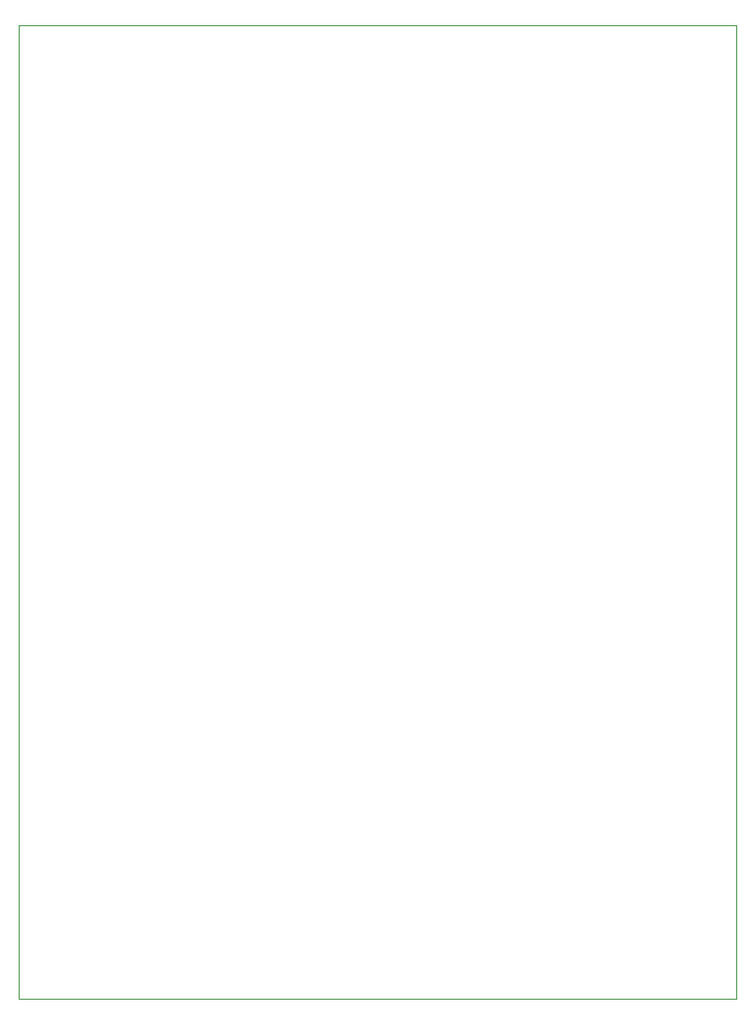
<source format=gm1>
G04 #@! TF.GenerationSoftware,KiCad,Pcbnew,8.0.2-1*
G04 #@! TF.CreationDate,2024-06-10T22:55:01+02:00*
G04 #@! TF.ProjectId,panel-eyes,70616e65-6c2d-4657-9965-732e6b696361,rev?*
G04 #@! TF.SameCoordinates,Original*
G04 #@! TF.FileFunction,Profile,NP*
%FSLAX46Y46*%
G04 Gerber Fmt 4.6, Leading zero omitted, Abs format (unit mm)*
G04 Created by KiCad (PCBNEW 8.0.2-1) date 2024-06-10 22:55:01*
%MOMM*%
%LPD*%
G01*
G04 APERTURE LIST*
G04 #@! TA.AperFunction,Profile*
%ADD10C,0.100000*%
G04 #@! TD*
G04 APERTURE END LIST*
D10*
X0Y-83199500D02*
X0Y-84199500D01*
X65024000Y-5999500D02*
X65024000Y-4999500D01*
X65024000Y-82199500D02*
X65024000Y-69499500D01*
X65024000Y-31399500D02*
X65024000Y-18699500D01*
X65024000Y-4000000D02*
X65024000Y0D01*
X0Y-84199500D02*
X0Y-88199500D01*
X65024000Y-56799500D02*
X65024000Y-44099500D01*
X0Y-56799500D02*
X0Y-69499500D01*
X0Y0D02*
X0Y-4000000D01*
X0Y-82199500D02*
X0Y-83199500D01*
X65024000Y-88199500D02*
X65024000Y-84199500D01*
X0Y-18699500D02*
X0Y-31399500D01*
X65024000Y-4999500D02*
X65024000Y-4000000D01*
X0Y-4999500D02*
X0Y-5999500D01*
X0Y-5999500D02*
X0Y-18699500D01*
X65024000Y-84199500D02*
X65024000Y-83199500D01*
X0Y-31399500D02*
X0Y-44099500D01*
X65024000Y-69499500D02*
X65024000Y-56799500D01*
X0Y-88199500D02*
X65024000Y-88199500D01*
X65024000Y-18699500D02*
X65024000Y-5999500D01*
X65024000Y0D02*
X0Y0D01*
X0Y-44099500D02*
X0Y-56799500D01*
X0Y-69499500D02*
X0Y-82199500D01*
X65024000Y-83199500D02*
X65024000Y-82199500D01*
X65024000Y-44099500D02*
X65024000Y-31399500D01*
X0Y-4000000D02*
X0Y-4999500D01*
M02*

</source>
